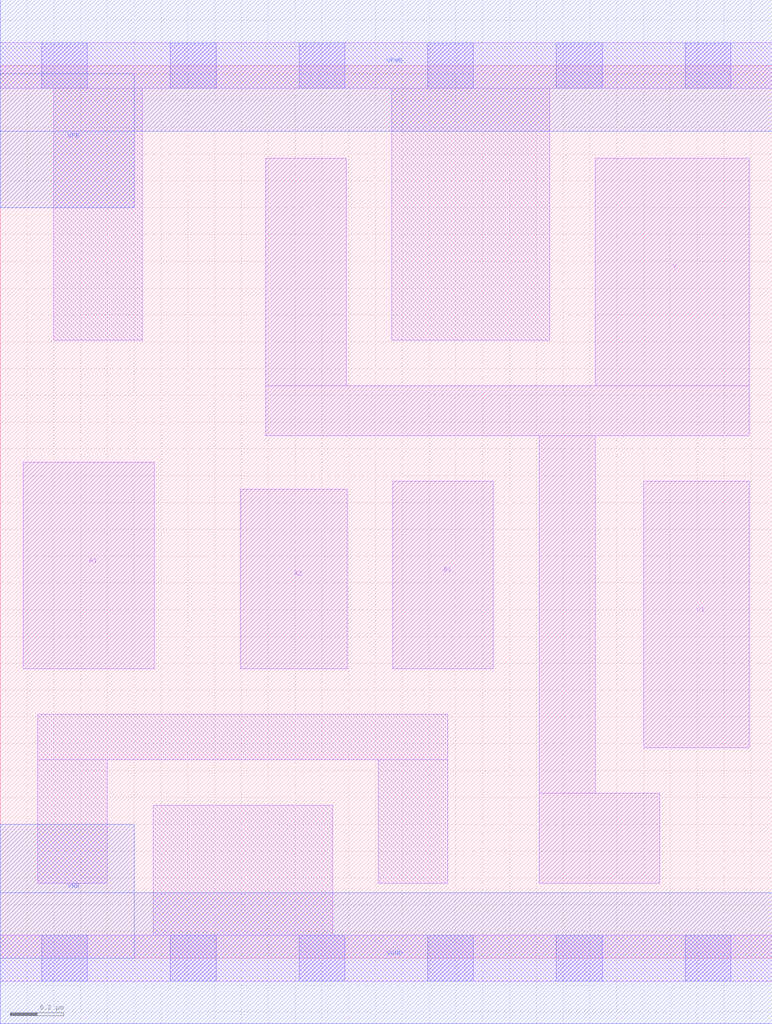
<source format=lef>
# Copyright 2020 The SkyWater PDK Authors
#
# Licensed under the Apache License, Version 2.0 (the "License");
# you may not use this file except in compliance with the License.
# You may obtain a copy of the License at
#
#     https://www.apache.org/licenses/LICENSE-2.0
#
# Unless required by applicable law or agreed to in writing, software
# distributed under the License is distributed on an "AS IS" BASIS,
# WITHOUT WARRANTIES OR CONDITIONS OF ANY KIND, either express or implied.
# See the License for the specific language governing permissions and
# limitations under the License.
#
# SPDX-License-Identifier: Apache-2.0

VERSION 5.5 ;
NAMESCASESENSITIVE ON ;
BUSBITCHARS "[]" ;
DIVIDERCHAR "/" ;
MACRO sky130_fd_sc_lp__o211ai_0
  CLASS CORE ;
  SOURCE USER ;
  ORIGIN  0.000000  0.000000 ;
  SIZE  2.880000 BY  3.330000 ;
  SYMMETRY X Y R90 ;
  SITE unit ;
  PIN A1
    ANTENNAGATEAREA  0.159000 ;
    DIRECTION INPUT ;
    USE SIGNAL ;
    PORT
      LAYER li1 ;
        RECT 0.085000 1.080000 0.575000 1.850000 ;
    END
  END A1
  PIN A2
    ANTENNAGATEAREA  0.159000 ;
    DIRECTION INPUT ;
    USE SIGNAL ;
    PORT
      LAYER li1 ;
        RECT 0.895000 1.080000 1.295000 1.750000 ;
    END
  END A2
  PIN B1
    ANTENNAGATEAREA  0.159000 ;
    DIRECTION INPUT ;
    USE SIGNAL ;
    PORT
      LAYER li1 ;
        RECT 1.465000 1.080000 1.840000 1.780000 ;
    END
  END B1
  PIN C1
    ANTENNAGATEAREA  0.159000 ;
    DIRECTION INPUT ;
    USE SIGNAL ;
    PORT
      LAYER li1 ;
        RECT 2.400000 0.785000 2.795000 1.780000 ;
    END
  END C1
  PIN Y
    ANTENNADIFFAREA  0.460100 ;
    DIRECTION OUTPUT ;
    USE SIGNAL ;
    PORT
      LAYER li1 ;
        RECT 0.990000 1.950000 2.795000 2.135000 ;
        RECT 0.990000 2.135000 1.290000 2.985000 ;
        RECT 2.010000 0.280000 2.460000 0.615000 ;
        RECT 2.010000 0.615000 2.220000 1.950000 ;
        RECT 2.220000 2.135000 2.795000 2.985000 ;
    END
  END Y
  PIN VGND
    DIRECTION INOUT ;
    USE GROUND ;
    PORT
      LAYER met1 ;
        RECT 0.000000 -0.245000 2.880000 0.245000 ;
    END
  END VGND
  PIN VNB
    DIRECTION INOUT ;
    USE GROUND ;
    PORT
    END
  END VNB
  PIN VPB
    DIRECTION INOUT ;
    USE POWER ;
    PORT
    END
  END VPB
  PIN VNB
    DIRECTION INOUT ;
    USE GROUND ;
    PORT
      LAYER met1 ;
        RECT 0.000000 0.000000 0.500000 0.500000 ;
    END
  END VNB
  PIN VPB
    DIRECTION INOUT ;
    USE POWER ;
    PORT
      LAYER met1 ;
        RECT 0.000000 2.800000 0.500000 3.300000 ;
    END
  END VPB
  PIN VPWR
    DIRECTION INOUT ;
    USE POWER ;
    PORT
      LAYER met1 ;
        RECT 0.000000 3.085000 2.880000 3.575000 ;
    END
  END VPWR
  OBS
    LAYER li1 ;
      RECT 0.000000 -0.085000 2.880000 0.085000 ;
      RECT 0.000000  3.245000 2.880000 3.415000 ;
      RECT 0.140000  0.280000 0.400000 0.740000 ;
      RECT 0.140000  0.740000 1.670000 0.910000 ;
      RECT 0.200000  2.305000 0.530000 3.245000 ;
      RECT 0.570000  0.085000 1.240000 0.570000 ;
      RECT 1.410000  0.280000 1.670000 0.740000 ;
      RECT 1.460000  2.305000 2.050000 3.245000 ;
    LAYER mcon ;
      RECT 0.155000 -0.085000 0.325000 0.085000 ;
      RECT 0.155000  3.245000 0.325000 3.415000 ;
      RECT 0.635000 -0.085000 0.805000 0.085000 ;
      RECT 0.635000  3.245000 0.805000 3.415000 ;
      RECT 1.115000 -0.085000 1.285000 0.085000 ;
      RECT 1.115000  3.245000 1.285000 3.415000 ;
      RECT 1.595000 -0.085000 1.765000 0.085000 ;
      RECT 1.595000  3.245000 1.765000 3.415000 ;
      RECT 2.075000 -0.085000 2.245000 0.085000 ;
      RECT 2.075000  3.245000 2.245000 3.415000 ;
      RECT 2.555000 -0.085000 2.725000 0.085000 ;
      RECT 2.555000  3.245000 2.725000 3.415000 ;
  END
END sky130_fd_sc_lp__o211ai_0
END LIBRARY

</source>
